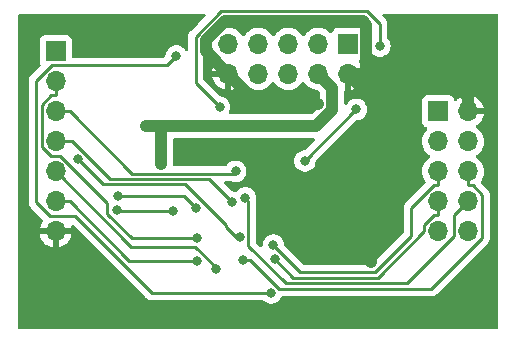
<source format=gbr>
%TF.GenerationSoftware,KiCad,Pcbnew,(6.0.6-0)*%
%TF.CreationDate,2023-01-24T02:47:04+09:00*%
%TF.ProjectId,AD1868I2S,41443138-3638-4493-9253-2e6b69636164,rev?*%
%TF.SameCoordinates,Original*%
%TF.FileFunction,Copper,L2,Bot*%
%TF.FilePolarity,Positive*%
%FSLAX46Y46*%
G04 Gerber Fmt 4.6, Leading zero omitted, Abs format (unit mm)*
G04 Created by KiCad (PCBNEW (6.0.6-0)) date 2023-01-24 02:47:04*
%MOMM*%
%LPD*%
G01*
G04 APERTURE LIST*
%TA.AperFunction,ComponentPad*%
%ADD10R,1.700000X1.700000*%
%TD*%
%TA.AperFunction,ComponentPad*%
%ADD11O,1.700000X1.700000*%
%TD*%
%TA.AperFunction,ViaPad*%
%ADD12C,0.800000*%
%TD*%
%TA.AperFunction,Conductor*%
%ADD13C,0.250000*%
%TD*%
%TA.AperFunction,Conductor*%
%ADD14C,1.000000*%
%TD*%
G04 APERTURE END LIST*
D10*
%TO.P,J2,1,Pin_1*%
%TO.N,/TCK*%
X98420000Y-88895000D03*
D11*
%TO.P,J2,2,Pin_2*%
%TO.N,GND*%
X98420000Y-91435000D03*
%TO.P,J2,3,Pin_3*%
%TO.N,/TDO*%
X95880000Y-88895000D03*
%TO.P,J2,4,Pin_4*%
%TO.N,+3.3V*%
X95880000Y-91435000D03*
%TO.P,J2,5,Pin_5*%
%TO.N,/TMS*%
X93340000Y-88895000D03*
%TO.P,J2,6,Pin_6*%
%TO.N,unconnected-(J2-Pad6)*%
X93340000Y-91435000D03*
%TO.P,J2,7,Pin_7*%
%TO.N,unconnected-(J2-Pad7)*%
X90800000Y-88895000D03*
%TO.P,J2,8,Pin_8*%
%TO.N,unconnected-(J2-Pad8)*%
X90800000Y-91435000D03*
%TO.P,J2,9,Pin_9*%
%TO.N,/TDI*%
X88260000Y-88895000D03*
%TO.P,J2,10,Pin_10*%
%TO.N,GND*%
X88260000Y-91435000D03*
%TD*%
D10*
%TO.P,J1,1,Pin_1*%
%TO.N,+5V*%
X73660000Y-89530000D03*
D11*
%TO.P,J1,2,Pin_2*%
%TO.N,/LL*%
X73660000Y-92070000D03*
%TO.P,J1,3,Pin_3*%
%TO.N,/DL*%
X73660000Y-94610000D03*
%TO.P,J1,4,Pin_4*%
%TO.N,/CK*%
X73660000Y-97150000D03*
%TO.P,J1,5,Pin_5*%
%TO.N,/DR*%
X73660000Y-99690000D03*
%TO.P,J1,6,Pin_6*%
%TO.N,/LR*%
X73660000Y-102230000D03*
%TO.P,J1,7,Pin_7*%
%TO.N,GND*%
X73660000Y-104770000D03*
%TD*%
D10*
%TO.P,J3,1,Pin_1*%
%TO.N,+5V*%
X106045000Y-94615000D03*
D11*
%TO.P,J3,2,Pin_2*%
%TO.N,GND*%
X108585000Y-94615000D03*
%TO.P,J3,3,Pin_3*%
%TO.N,unconnected-(J3-Pad3)*%
X106045000Y-97155000D03*
%TO.P,J3,4,Pin_4*%
%TO.N,unconnected-(J3-Pad4)*%
X108585000Y-97155000D03*
%TO.P,J3,5,Pin_5*%
%TO.N,/I2S_DT*%
X106045000Y-99695000D03*
%TO.P,J3,6,Pin_6*%
%TO.N,/I2S_CLK*%
X108585000Y-99695000D03*
%TO.P,J3,7,Pin_7*%
%TO.N,/I2S_LR*%
X106045000Y-102235000D03*
%TO.P,J3,8,Pin_8*%
%TO.N,/I2S_MCK*%
X108585000Y-102235000D03*
%TO.P,J3,9,Pin_9*%
%TO.N,unconnected-(J3-Pad9)*%
X106045000Y-104775000D03*
%TO.P,J3,10,Pin_10*%
%TO.N,unconnected-(J3-Pad10)*%
X108585000Y-104775000D03*
%TD*%
D12*
%TO.N,/XCK_X*%
X78832000Y-102980500D03*
X83577800Y-103068900D03*
%TO.N,/XCK*%
X78972500Y-101793900D03*
X85540400Y-102800400D03*
%TO.N,/I2S_LR*%
X92185500Y-107138200D03*
%TO.N,/I2S_DT*%
X92085900Y-105942000D03*
%TO.N,/I2S_CLK*%
X89538000Y-107174800D03*
%TO.N,/TDI*%
X75568800Y-98684700D03*
X89235775Y-105244500D03*
%TO.N,/TMS*%
X91902000Y-109981500D03*
X83864200Y-89918500D03*
%TO.N,/TDO*%
X101107900Y-89077500D03*
X87538300Y-94250600D03*
%TO.N,/TCK*%
X99111300Y-94446300D03*
X94760000Y-98807500D03*
%TO.N,/LR*%
X85616900Y-107244500D03*
%TO.N,/DR*%
X87226000Y-107948000D03*
%TO.N,/CK*%
X88615000Y-102303700D03*
%TO.N,/DL*%
X88900000Y-99695000D03*
%TO.N,/LL*%
X85633100Y-105364800D03*
%TO.N,/I2S_MCK*%
X89701300Y-101928700D03*
%TO.N,GND*%
X100360000Y-107345000D03*
X100965000Y-106045000D03*
X95885000Y-93980000D03*
%TO.N,+3.3V*%
X82550000Y-99060000D03*
X96415700Y-95145700D03*
X97084500Y-94476900D03*
X81305000Y-95860000D03*
X82575000Y-95860000D03*
%TD*%
D13*
%TO.N,/TDI*%
X88055000Y-104381800D02*
X88917700Y-105244500D01*
X75568800Y-98684700D02*
X77676500Y-100792400D01*
X84626900Y-100792400D02*
X88055000Y-104220500D01*
%TO.N,/I2S_MCK*%
X107409700Y-105130300D02*
X103398400Y-109141600D01*
%TO.N,/TDI*%
X77676500Y-100792400D02*
X84626900Y-100792400D01*
%TO.N,/I2S_MCK*%
X108585000Y-102235000D02*
X107409700Y-103410300D01*
X89960275Y-102187675D02*
X89701300Y-101928700D01*
X107409700Y-103410300D02*
X107409700Y-105130300D01*
X103398400Y-109141600D02*
X93124500Y-109141600D01*
%TO.N,/TDI*%
X88917700Y-105244500D02*
X89235775Y-105244500D01*
%TO.N,/I2S_MCK*%
X93124500Y-109141600D02*
X89960275Y-105977375D01*
%TO.N,/TDI*%
X88055000Y-104220500D02*
X88055000Y-104381800D01*
%TO.N,/I2S_MCK*%
X89960275Y-105977375D02*
X89960275Y-102187675D01*
%TO.N,/XCK_X*%
X78920400Y-103068900D02*
X78832000Y-102980500D01*
X83577800Y-103068900D02*
X78920400Y-103068900D01*
%TO.N,/XCK*%
X84533900Y-101793900D02*
X78972500Y-101793900D01*
X85540400Y-102800400D02*
X84533900Y-101793900D01*
%TO.N,/I2S_LR*%
X93738600Y-108691300D02*
X92185500Y-107138200D01*
X100906200Y-108691300D02*
X93738600Y-108691300D01*
X104869700Y-104727800D02*
X100906200Y-108691300D01*
X104869700Y-104218200D02*
X104869700Y-104727800D01*
X105677600Y-103410300D02*
X104869700Y-104218200D01*
X106045000Y-103410300D02*
X105677600Y-103410300D01*
X106045000Y-102235000D02*
X106045000Y-103410300D01*
%TO.N,/I2S_DT*%
X94354700Y-108210800D02*
X92085900Y-105942000D01*
X100707400Y-108210800D02*
X94354700Y-108210800D01*
X103754300Y-105163900D02*
X100707400Y-108210800D01*
X103754300Y-102793700D02*
X103754300Y-105163900D01*
X105677700Y-100870300D02*
X103754300Y-102793700D01*
X106045000Y-100870300D02*
X105677700Y-100870300D01*
X106045000Y-99695000D02*
X106045000Y-100870300D01*
%TO.N,/I2S_CLK*%
X108585000Y-99695000D02*
X108585000Y-100870300D01*
X90121100Y-107174800D02*
X89538000Y-107174800D01*
X92573500Y-109627200D02*
X90121100Y-107174800D01*
X105466000Y-109627200D02*
X92573500Y-109627200D01*
X109780600Y-105312600D02*
X105466000Y-109627200D01*
X109780600Y-101698600D02*
X109780600Y-105312600D01*
X108952300Y-100870300D02*
X109780600Y-101698600D01*
X108585000Y-100870300D02*
X108952300Y-100870300D01*
%TO.N,/TMS*%
X83077300Y-90705400D02*
X83864200Y-89918500D01*
X73321700Y-90705400D02*
X83077300Y-90705400D01*
X71993100Y-92034000D02*
X73321700Y-90705400D01*
X71993100Y-102300800D02*
X71993100Y-92034000D01*
X73192300Y-103500000D02*
X71993100Y-102300800D01*
X75315300Y-103500000D02*
X73192300Y-103500000D01*
X81796800Y-109981500D02*
X75315300Y-103500000D01*
X91902000Y-109981500D02*
X81796800Y-109981500D01*
%TO.N,/TDO*%
X85506800Y-92219100D02*
X87538300Y-94250600D01*
X85506800Y-88288500D02*
X85506800Y-92219100D01*
X87670300Y-86125000D02*
X85506800Y-88288500D01*
X99992500Y-86125000D02*
X87670300Y-86125000D01*
X101107900Y-87240400D02*
X99992500Y-86125000D01*
X101107900Y-89077500D02*
X101107900Y-87240400D01*
%TO.N,/TCK*%
X94760000Y-98797600D02*
X94760000Y-98807500D01*
X99111300Y-94446300D02*
X94760000Y-98797600D01*
%TO.N,/LR*%
X79849800Y-107244500D02*
X85616900Y-107244500D01*
X74835300Y-102230000D02*
X79849800Y-107244500D01*
X73660000Y-102230000D02*
X74835300Y-102230000D01*
%TO.N,/DR*%
X87226000Y-107824200D02*
X87226000Y-107948000D01*
X85492000Y-106090200D02*
X87226000Y-107824200D01*
X80060200Y-106090200D02*
X85492000Y-106090200D01*
X73660000Y-99690000D02*
X80060200Y-106090200D01*
%TO.N,/CK*%
X73660000Y-97150000D02*
X74835300Y-97150000D01*
X75059900Y-97150000D02*
X74835300Y-97150000D01*
X78251900Y-100342000D02*
X75059900Y-97150000D01*
X86653300Y-100342000D02*
X78251900Y-100342000D01*
X88615000Y-102303700D02*
X86653300Y-100342000D01*
%TO.N,/DL*%
X80116900Y-99891600D02*
X74835300Y-94610000D01*
X88703400Y-99891600D02*
X80116900Y-99891600D01*
X88900000Y-99695000D02*
X88703400Y-99891600D01*
X73660000Y-94610000D02*
X74835300Y-94610000D01*
%TO.N,/LL*%
X80094700Y-105364800D02*
X85633100Y-105364800D01*
X78040900Y-103311000D02*
X80094700Y-105364800D01*
X78040900Y-102403500D02*
X78040900Y-103311000D01*
X74057400Y-98420000D02*
X78040900Y-102403500D01*
X73262400Y-98420000D02*
X74057400Y-98420000D01*
X72462500Y-97620100D02*
X73262400Y-98420000D01*
X72462500Y-94075500D02*
X72462500Y-97620100D01*
X73292700Y-93245300D02*
X72462500Y-94075500D01*
X73660000Y-93245300D02*
X73292700Y-93245300D01*
X73660000Y-92070000D02*
X73660000Y-93245300D01*
D14*
%TO.N,GND*%
X100965000Y-93980000D02*
X98420000Y-91435000D01*
X100965000Y-106045000D02*
X100965000Y-93980000D01*
X100360000Y-106650000D02*
X100965000Y-106045000D01*
X100360000Y-107345000D02*
X100360000Y-106650000D01*
X99970000Y-91087100D02*
X99622100Y-91435000D01*
X99970000Y-87270000D02*
X99970000Y-91087100D01*
X99695000Y-86995000D02*
X99970000Y-87270000D01*
X87968000Y-86995000D02*
X99695000Y-86995000D01*
X86360000Y-88603000D02*
X87968000Y-86995000D01*
X86360000Y-89535000D02*
X86360000Y-88603000D01*
X88260000Y-91435000D02*
X86360000Y-89535000D01*
X99622100Y-91435000D02*
X98420000Y-91435000D01*
X90805000Y-93980000D02*
X95885000Y-93980000D01*
X88260000Y-91435000D02*
X90805000Y-93980000D01*
X98420000Y-91435000D02*
X99622100Y-91435000D01*
X108585000Y-93412900D02*
X108585000Y-94615000D01*
X106607000Y-91435000D02*
X108585000Y-93412900D01*
X99622100Y-91435000D02*
X106607000Y-91435000D01*
%TO.N,+3.3V*%
X82575000Y-99035000D02*
X82550000Y-99060000D01*
X82575000Y-95860000D02*
X82575000Y-99035000D01*
X96415700Y-95145700D02*
X97084500Y-94476900D01*
X97084500Y-92639500D02*
X95880000Y-91435000D01*
X97084500Y-94476900D02*
X97084500Y-92639500D01*
X95701400Y-95860000D02*
X96415700Y-95145700D01*
X82575000Y-95860000D02*
X95701400Y-95860000D01*
X81305000Y-95860000D02*
X82575000Y-95860000D01*
%TD*%
%TA.AperFunction,Conductor*%
%TO.N,GND*%
G36*
X86303327Y-86380002D02*
G01*
X86349820Y-86433658D01*
X86359924Y-86503932D01*
X86330430Y-86568512D01*
X86324307Y-86575089D01*
X85714684Y-87184711D01*
X85114547Y-87784848D01*
X85106261Y-87792388D01*
X85099782Y-87796500D01*
X85094357Y-87802277D01*
X85053157Y-87846151D01*
X85050402Y-87848993D01*
X85030665Y-87868730D01*
X85028185Y-87871927D01*
X85020482Y-87880947D01*
X84990214Y-87913179D01*
X84986395Y-87920125D01*
X84986393Y-87920128D01*
X84980452Y-87930934D01*
X84969601Y-87947453D01*
X84957186Y-87963459D01*
X84954041Y-87970728D01*
X84954038Y-87970732D01*
X84939626Y-88004037D01*
X84934409Y-88014687D01*
X84913105Y-88053440D01*
X84911134Y-88061115D01*
X84911134Y-88061116D01*
X84908067Y-88073062D01*
X84901663Y-88091766D01*
X84893619Y-88110355D01*
X84892380Y-88118178D01*
X84892377Y-88118188D01*
X84886701Y-88154024D01*
X84884295Y-88165644D01*
X84880345Y-88181029D01*
X84873300Y-88208470D01*
X84873300Y-88228724D01*
X84871749Y-88248434D01*
X84868580Y-88268443D01*
X84869326Y-88276335D01*
X84872741Y-88312461D01*
X84873300Y-88324319D01*
X84873300Y-89379075D01*
X84853298Y-89447196D01*
X84799642Y-89493689D01*
X84729368Y-89503793D01*
X84664788Y-89474299D01*
X84638181Y-89442075D01*
X84606542Y-89387274D01*
X84606539Y-89387269D01*
X84603240Y-89381556D01*
X84494570Y-89260865D01*
X84479875Y-89244545D01*
X84479874Y-89244544D01*
X84475453Y-89239634D01*
X84320952Y-89127382D01*
X84314924Y-89124698D01*
X84314922Y-89124697D01*
X84152519Y-89052391D01*
X84152518Y-89052391D01*
X84146488Y-89049706D01*
X84053088Y-89029853D01*
X83966144Y-89011372D01*
X83966139Y-89011372D01*
X83959687Y-89010000D01*
X83768713Y-89010000D01*
X83762261Y-89011372D01*
X83762256Y-89011372D01*
X83675312Y-89029853D01*
X83581912Y-89049706D01*
X83575882Y-89052391D01*
X83575881Y-89052391D01*
X83413478Y-89124697D01*
X83413476Y-89124698D01*
X83407448Y-89127382D01*
X83252947Y-89239634D01*
X83248526Y-89244544D01*
X83248525Y-89244545D01*
X83233831Y-89260865D01*
X83125160Y-89381556D01*
X83029673Y-89546944D01*
X82970658Y-89728572D01*
X82969968Y-89735133D01*
X82969968Y-89735135D01*
X82953293Y-89893792D01*
X82926280Y-89959449D01*
X82917078Y-89969718D01*
X82851799Y-90034996D01*
X82789486Y-90069021D01*
X82762704Y-90071900D01*
X75144500Y-90071900D01*
X75076379Y-90051898D01*
X75029886Y-89998242D01*
X75018500Y-89945900D01*
X75018500Y-88631866D01*
X75011745Y-88569684D01*
X74960615Y-88433295D01*
X74873261Y-88316739D01*
X74756705Y-88229385D01*
X74620316Y-88178255D01*
X74558134Y-88171500D01*
X72761866Y-88171500D01*
X72699684Y-88178255D01*
X72563295Y-88229385D01*
X72446739Y-88316739D01*
X72359385Y-88433295D01*
X72308255Y-88569684D01*
X72301500Y-88631866D01*
X72301500Y-90428134D01*
X72308255Y-90490316D01*
X72311029Y-90497715D01*
X72349283Y-90599757D01*
X72359385Y-90626705D01*
X72364768Y-90633887D01*
X72366310Y-90636704D01*
X72381480Y-90706061D01*
X72356744Y-90772609D01*
X72344887Y-90786309D01*
X71966429Y-91164766D01*
X71600842Y-91530353D01*
X71592563Y-91537887D01*
X71586082Y-91542000D01*
X71539457Y-91591651D01*
X71536702Y-91594493D01*
X71516965Y-91614230D01*
X71514485Y-91617427D01*
X71506782Y-91626447D01*
X71476514Y-91658679D01*
X71472695Y-91665625D01*
X71472693Y-91665628D01*
X71466752Y-91676434D01*
X71455901Y-91692953D01*
X71455541Y-91693417D01*
X71443486Y-91708959D01*
X71440341Y-91716228D01*
X71440338Y-91716232D01*
X71425926Y-91749537D01*
X71420709Y-91760187D01*
X71399405Y-91798940D01*
X71397434Y-91806615D01*
X71397434Y-91806616D01*
X71394367Y-91818562D01*
X71387963Y-91837266D01*
X71385767Y-91842342D01*
X71379919Y-91855855D01*
X71378680Y-91863678D01*
X71378677Y-91863688D01*
X71373001Y-91899524D01*
X71370595Y-91911144D01*
X71362861Y-91941267D01*
X71359600Y-91953970D01*
X71359600Y-91974224D01*
X71358049Y-91993934D01*
X71354880Y-92013943D01*
X71355626Y-92021835D01*
X71359041Y-92057961D01*
X71359600Y-92069819D01*
X71359600Y-102222033D01*
X71359073Y-102233216D01*
X71357398Y-102240709D01*
X71357647Y-102248635D01*
X71357647Y-102248636D01*
X71359538Y-102308786D01*
X71359600Y-102312745D01*
X71359600Y-102340656D01*
X71360097Y-102344590D01*
X71360097Y-102344591D01*
X71360105Y-102344656D01*
X71361038Y-102356493D01*
X71362427Y-102400689D01*
X71368078Y-102420139D01*
X71372087Y-102439500D01*
X71374626Y-102459597D01*
X71377545Y-102466968D01*
X71377545Y-102466970D01*
X71390904Y-102500712D01*
X71394749Y-102511942D01*
X71404871Y-102546783D01*
X71407082Y-102554393D01*
X71411115Y-102561212D01*
X71411117Y-102561217D01*
X71417393Y-102571828D01*
X71426088Y-102589576D01*
X71433548Y-102608417D01*
X71438210Y-102614833D01*
X71438210Y-102614834D01*
X71459536Y-102644187D01*
X71466052Y-102654107D01*
X71478560Y-102675256D01*
X71488558Y-102692162D01*
X71502879Y-102706483D01*
X71515719Y-102721516D01*
X71527628Y-102737907D01*
X71546640Y-102753635D01*
X71561705Y-102766098D01*
X71570484Y-102774088D01*
X72570910Y-103774515D01*
X72604936Y-103836827D01*
X72599871Y-103907643D01*
X72585903Y-103934615D01*
X72478095Y-104092655D01*
X72473000Y-104101623D01*
X72383338Y-104294783D01*
X72379775Y-104304470D01*
X72324389Y-104504183D01*
X72325912Y-104512607D01*
X72338292Y-104516000D01*
X74978344Y-104516000D01*
X74991875Y-104512027D01*
X74993180Y-104502947D01*
X74960282Y-104371976D01*
X74963086Y-104301035D01*
X75003799Y-104242871D01*
X75069494Y-104215952D01*
X75139314Y-104228823D01*
X75171581Y-104252185D01*
X81293143Y-110373747D01*
X81300687Y-110382037D01*
X81304800Y-110388518D01*
X81310577Y-110393943D01*
X81354467Y-110435158D01*
X81357309Y-110437913D01*
X81377030Y-110457634D01*
X81380225Y-110460112D01*
X81389247Y-110467818D01*
X81421479Y-110498086D01*
X81428428Y-110501906D01*
X81439232Y-110507846D01*
X81455756Y-110518699D01*
X81471759Y-110531113D01*
X81512343Y-110548676D01*
X81522973Y-110553883D01*
X81561740Y-110575195D01*
X81569417Y-110577166D01*
X81569422Y-110577168D01*
X81581358Y-110580232D01*
X81600066Y-110586637D01*
X81618655Y-110594681D01*
X81626483Y-110595921D01*
X81626490Y-110595923D01*
X81662324Y-110601599D01*
X81673944Y-110604005D01*
X81709089Y-110613028D01*
X81716770Y-110615000D01*
X81737024Y-110615000D01*
X81756734Y-110616551D01*
X81776743Y-110619720D01*
X81784635Y-110618974D01*
X81820761Y-110615559D01*
X81832619Y-110615000D01*
X91193800Y-110615000D01*
X91261921Y-110635002D01*
X91281147Y-110651343D01*
X91281420Y-110651040D01*
X91286332Y-110655463D01*
X91290747Y-110660366D01*
X91445248Y-110772618D01*
X91451276Y-110775302D01*
X91451278Y-110775303D01*
X91613681Y-110847609D01*
X91619712Y-110850294D01*
X91713112Y-110870147D01*
X91800056Y-110888628D01*
X91800061Y-110888628D01*
X91806513Y-110890000D01*
X91997487Y-110890000D01*
X92003939Y-110888628D01*
X92003944Y-110888628D01*
X92090887Y-110870147D01*
X92184288Y-110850294D01*
X92190319Y-110847609D01*
X92352722Y-110775303D01*
X92352724Y-110775302D01*
X92358752Y-110772618D01*
X92513253Y-110660366D01*
X92549851Y-110619720D01*
X92636621Y-110523352D01*
X92636622Y-110523351D01*
X92641040Y-110518444D01*
X92736527Y-110353056D01*
X92738568Y-110346775D01*
X92741254Y-110340742D01*
X92742629Y-110341354D01*
X92778324Y-110289155D01*
X92843721Y-110261521D01*
X92858080Y-110260700D01*
X105387233Y-110260700D01*
X105398416Y-110261227D01*
X105405909Y-110262902D01*
X105413835Y-110262653D01*
X105413836Y-110262653D01*
X105473986Y-110260762D01*
X105477945Y-110260700D01*
X105505856Y-110260700D01*
X105509791Y-110260203D01*
X105509856Y-110260195D01*
X105521693Y-110259262D01*
X105553951Y-110258248D01*
X105557970Y-110258122D01*
X105565889Y-110257873D01*
X105585343Y-110252221D01*
X105604700Y-110248213D01*
X105616930Y-110246668D01*
X105616931Y-110246668D01*
X105624797Y-110245674D01*
X105632168Y-110242755D01*
X105632170Y-110242755D01*
X105665912Y-110229396D01*
X105677142Y-110225551D01*
X105711983Y-110215429D01*
X105711984Y-110215429D01*
X105719593Y-110213218D01*
X105726412Y-110209185D01*
X105726417Y-110209183D01*
X105737028Y-110202907D01*
X105754776Y-110194212D01*
X105773617Y-110186752D01*
X105809387Y-110160764D01*
X105819307Y-110154248D01*
X105850535Y-110135780D01*
X105850538Y-110135778D01*
X105857362Y-110131742D01*
X105871683Y-110117421D01*
X105886717Y-110104580D01*
X105896694Y-110097331D01*
X105903107Y-110092672D01*
X105931298Y-110058595D01*
X105939288Y-110049816D01*
X110172853Y-105816252D01*
X110181139Y-105808712D01*
X110187618Y-105804600D01*
X110234244Y-105754948D01*
X110236998Y-105752107D01*
X110256735Y-105732370D01*
X110259215Y-105729173D01*
X110266920Y-105720151D01*
X110291759Y-105693700D01*
X110297186Y-105687921D01*
X110301005Y-105680975D01*
X110301007Y-105680972D01*
X110306948Y-105670166D01*
X110317799Y-105653647D01*
X110321323Y-105649104D01*
X110330214Y-105637641D01*
X110333359Y-105630372D01*
X110333362Y-105630368D01*
X110347774Y-105597063D01*
X110352991Y-105586413D01*
X110374295Y-105547660D01*
X110379333Y-105528037D01*
X110385737Y-105509334D01*
X110390633Y-105498020D01*
X110390633Y-105498019D01*
X110393781Y-105490745D01*
X110395020Y-105482922D01*
X110395023Y-105482912D01*
X110400699Y-105447076D01*
X110403105Y-105435456D01*
X110412128Y-105400311D01*
X110412128Y-105400310D01*
X110414100Y-105392630D01*
X110414100Y-105372376D01*
X110415651Y-105352665D01*
X110417580Y-105340486D01*
X110418820Y-105332657D01*
X110414659Y-105288638D01*
X110414100Y-105276781D01*
X110414100Y-101777367D01*
X110414627Y-101766184D01*
X110416302Y-101758691D01*
X110415479Y-101732494D01*
X110414162Y-101690614D01*
X110414100Y-101686655D01*
X110414100Y-101658744D01*
X110413595Y-101654744D01*
X110412662Y-101642901D01*
X110411522Y-101606629D01*
X110411273Y-101598710D01*
X110405622Y-101579258D01*
X110401614Y-101559906D01*
X110400067Y-101547663D01*
X110399074Y-101539803D01*
X110396006Y-101532054D01*
X110382800Y-101498697D01*
X110378955Y-101487470D01*
X110378321Y-101485287D01*
X110366618Y-101445007D01*
X110356307Y-101427572D01*
X110347612Y-101409824D01*
X110340152Y-101390983D01*
X110314164Y-101355213D01*
X110307648Y-101345293D01*
X110289180Y-101314065D01*
X110289178Y-101314062D01*
X110285142Y-101307238D01*
X110270821Y-101292917D01*
X110257980Y-101277883D01*
X110250731Y-101267906D01*
X110246072Y-101261493D01*
X110239967Y-101256442D01*
X110239962Y-101256437D01*
X110211996Y-101233301D01*
X110203218Y-101225313D01*
X109670899Y-100692994D01*
X109636873Y-100630682D01*
X109641938Y-100559867D01*
X109657671Y-100530373D01*
X109750435Y-100401277D01*
X109753453Y-100397077D01*
X109763006Y-100377749D01*
X109850136Y-100201453D01*
X109850137Y-100201451D01*
X109852430Y-100196811D01*
X109917370Y-99983069D01*
X109946529Y-99761590D01*
X109947643Y-99716000D01*
X109948074Y-99698365D01*
X109948074Y-99698361D01*
X109948156Y-99695000D01*
X109929852Y-99472361D01*
X109875431Y-99255702D01*
X109786354Y-99050840D01*
X109741194Y-98981033D01*
X109667822Y-98867617D01*
X109667820Y-98867614D01*
X109665014Y-98863277D01*
X109514670Y-98698051D01*
X109510619Y-98694852D01*
X109510615Y-98694848D01*
X109343414Y-98562800D01*
X109343410Y-98562798D01*
X109339359Y-98559598D01*
X109298053Y-98536796D01*
X109248084Y-98486364D01*
X109233312Y-98416921D01*
X109258428Y-98350516D01*
X109285780Y-98323909D01*
X109352562Y-98276274D01*
X109464860Y-98196173D01*
X109513447Y-98147756D01*
X109619435Y-98042137D01*
X109623096Y-98038489D01*
X109638982Y-98016382D01*
X109750435Y-97861277D01*
X109753453Y-97857077D01*
X109768368Y-97826900D01*
X109850136Y-97661453D01*
X109850137Y-97661451D01*
X109852430Y-97656811D01*
X109917370Y-97443069D01*
X109946529Y-97221590D01*
X109948156Y-97155000D01*
X109929852Y-96932361D01*
X109875431Y-96715702D01*
X109786354Y-96510840D01*
X109665014Y-96323277D01*
X109514670Y-96158051D01*
X109510619Y-96154852D01*
X109510615Y-96154848D01*
X109343414Y-96022800D01*
X109343410Y-96022798D01*
X109339359Y-96019598D01*
X109330302Y-96014598D01*
X109297569Y-95996529D01*
X109247598Y-95946097D01*
X109232826Y-95876654D01*
X109257942Y-95810248D01*
X109285294Y-95783641D01*
X109460328Y-95658792D01*
X109468200Y-95652139D01*
X109619052Y-95501812D01*
X109625730Y-95493965D01*
X109750003Y-95321020D01*
X109755313Y-95312183D01*
X109849670Y-95121267D01*
X109853469Y-95111672D01*
X109915377Y-94907910D01*
X109917555Y-94897837D01*
X109918986Y-94886962D01*
X109916775Y-94872778D01*
X109903617Y-94869000D01*
X108457000Y-94869000D01*
X108388879Y-94848998D01*
X108342386Y-94795342D01*
X108331000Y-94743000D01*
X108331000Y-94342885D01*
X108839000Y-94342885D01*
X108843475Y-94358124D01*
X108844865Y-94359329D01*
X108852548Y-94361000D01*
X109903344Y-94361000D01*
X109916875Y-94357027D01*
X109918180Y-94347947D01*
X109876214Y-94180875D01*
X109872894Y-94171124D01*
X109787972Y-93975814D01*
X109783105Y-93966739D01*
X109667426Y-93787926D01*
X109661136Y-93779757D01*
X109517806Y-93622240D01*
X109510273Y-93615215D01*
X109343139Y-93483222D01*
X109334552Y-93477517D01*
X109148117Y-93374599D01*
X109138705Y-93370369D01*
X108937959Y-93299280D01*
X108927988Y-93296646D01*
X108856837Y-93283972D01*
X108843540Y-93285432D01*
X108839000Y-93299989D01*
X108839000Y-94342885D01*
X108331000Y-94342885D01*
X108331000Y-93298102D01*
X108327082Y-93284758D01*
X108312806Y-93282771D01*
X108274324Y-93288660D01*
X108264288Y-93291051D01*
X108061868Y-93357212D01*
X108052359Y-93361209D01*
X107863463Y-93459542D01*
X107854738Y-93465036D01*
X107684433Y-93592905D01*
X107676726Y-93599748D01*
X107599478Y-93680584D01*
X107537954Y-93716014D01*
X107467042Y-93712557D01*
X107409255Y-93671311D01*
X107390402Y-93637763D01*
X107348767Y-93526703D01*
X107345615Y-93518295D01*
X107258261Y-93401739D01*
X107141705Y-93314385D01*
X107005316Y-93263255D01*
X106943134Y-93256500D01*
X105146866Y-93256500D01*
X105084684Y-93263255D01*
X104948295Y-93314385D01*
X104831739Y-93401739D01*
X104744385Y-93518295D01*
X104693255Y-93654684D01*
X104686500Y-93716866D01*
X104686500Y-95513134D01*
X104693255Y-95575316D01*
X104744385Y-95711705D01*
X104831739Y-95828261D01*
X104948295Y-95915615D01*
X104956704Y-95918767D01*
X104956705Y-95918768D01*
X105065451Y-95959535D01*
X105122216Y-96002176D01*
X105146916Y-96068738D01*
X105131709Y-96138087D01*
X105112316Y-96164568D01*
X104985629Y-96297138D01*
X104859743Y-96481680D01*
X104832687Y-96539967D01*
X104775262Y-96663680D01*
X104765688Y-96684305D01*
X104705989Y-96899570D01*
X104682251Y-97121695D01*
X104682548Y-97126848D01*
X104682548Y-97126851D01*
X104688011Y-97221590D01*
X104695110Y-97344715D01*
X104696247Y-97349761D01*
X104696248Y-97349767D01*
X104716119Y-97437939D01*
X104744222Y-97562639D01*
X104828266Y-97769616D01*
X104878798Y-97852077D01*
X104942291Y-97955688D01*
X104944987Y-97960088D01*
X105091250Y-98128938D01*
X105263126Y-98271632D01*
X105271070Y-98276274D01*
X105336445Y-98314476D01*
X105385169Y-98366114D01*
X105398240Y-98435897D01*
X105371509Y-98501669D01*
X105331055Y-98535027D01*
X105318607Y-98541507D01*
X105314474Y-98544610D01*
X105314471Y-98544612D01*
X105144100Y-98672530D01*
X105139965Y-98675635D01*
X104985629Y-98837138D01*
X104982720Y-98841403D01*
X104982714Y-98841411D01*
X104964838Y-98867617D01*
X104859743Y-99021680D01*
X104827207Y-99091773D01*
X104784192Y-99184442D01*
X104765688Y-99224305D01*
X104705989Y-99439570D01*
X104682251Y-99661695D01*
X104682548Y-99666848D01*
X104682548Y-99666851D01*
X104688011Y-99761590D01*
X104695110Y-99884715D01*
X104696247Y-99889761D01*
X104696248Y-99889767D01*
X104716119Y-99977939D01*
X104744222Y-100102639D01*
X104828266Y-100309616D01*
X104867638Y-100373866D01*
X104942291Y-100495688D01*
X104944987Y-100500088D01*
X104948367Y-100503990D01*
X104964281Y-100522361D01*
X104993765Y-100586946D01*
X104983651Y-100657219D01*
X104958140Y-100693955D01*
X103362047Y-102290048D01*
X103353761Y-102297588D01*
X103347282Y-102301700D01*
X103341857Y-102307477D01*
X103300657Y-102351351D01*
X103297902Y-102354193D01*
X103278165Y-102373930D01*
X103275685Y-102377127D01*
X103267982Y-102386147D01*
X103237714Y-102418379D01*
X103233895Y-102425325D01*
X103233893Y-102425328D01*
X103227952Y-102436134D01*
X103217101Y-102452653D01*
X103204686Y-102468659D01*
X103201541Y-102475928D01*
X103201538Y-102475932D01*
X103187126Y-102509237D01*
X103181909Y-102519887D01*
X103160605Y-102558640D01*
X103158634Y-102566315D01*
X103158634Y-102566316D01*
X103155567Y-102578262D01*
X103149163Y-102596966D01*
X103147398Y-102601046D01*
X103141119Y-102615555D01*
X103139880Y-102623378D01*
X103139877Y-102623388D01*
X103134201Y-102659224D01*
X103131795Y-102670844D01*
X103124881Y-102697773D01*
X103120800Y-102713670D01*
X103120800Y-102733924D01*
X103119249Y-102753634D01*
X103116080Y-102773643D01*
X103116826Y-102781535D01*
X103120241Y-102817661D01*
X103120800Y-102829519D01*
X103120800Y-104849305D01*
X103100798Y-104917426D01*
X103083895Y-104938400D01*
X100481900Y-107540395D01*
X100419588Y-107574421D01*
X100392805Y-107577300D01*
X94669294Y-107577300D01*
X94601173Y-107557298D01*
X94580199Y-107540395D01*
X93033022Y-105993217D01*
X92998996Y-105930905D01*
X92996807Y-105917292D01*
X92980132Y-105758635D01*
X92980132Y-105758633D01*
X92979442Y-105752072D01*
X92920427Y-105570444D01*
X92824940Y-105405056D01*
X92788694Y-105364800D01*
X92701575Y-105268045D01*
X92701574Y-105268044D01*
X92697153Y-105263134D01*
X92585861Y-105182275D01*
X92547994Y-105154763D01*
X92547993Y-105154762D01*
X92542652Y-105150882D01*
X92536624Y-105148198D01*
X92536622Y-105148197D01*
X92374219Y-105075891D01*
X92374218Y-105075891D01*
X92368188Y-105073206D01*
X92272360Y-105052837D01*
X92187844Y-105034872D01*
X92187839Y-105034872D01*
X92181387Y-105033500D01*
X91990413Y-105033500D01*
X91983961Y-105034872D01*
X91983956Y-105034872D01*
X91899440Y-105052837D01*
X91803612Y-105073206D01*
X91797582Y-105075891D01*
X91797581Y-105075891D01*
X91635178Y-105148197D01*
X91635176Y-105148198D01*
X91629148Y-105150882D01*
X91623807Y-105154762D01*
X91623806Y-105154763D01*
X91585939Y-105182275D01*
X91474647Y-105263134D01*
X91470226Y-105268044D01*
X91470225Y-105268045D01*
X91383107Y-105364800D01*
X91346860Y-105405056D01*
X91251373Y-105570444D01*
X91192358Y-105752072D01*
X91191668Y-105758633D01*
X91191668Y-105758635D01*
X91177228Y-105896022D01*
X91172396Y-105942000D01*
X91173086Y-105948565D01*
X91173086Y-105948567D01*
X91176497Y-105981023D01*
X91163724Y-106050861D01*
X91115222Y-106102707D01*
X91046389Y-106120101D01*
X90979079Y-106097519D01*
X90962092Y-106083287D01*
X90630680Y-105751875D01*
X90596654Y-105689563D01*
X90593775Y-105662780D01*
X90593775Y-102266442D01*
X90594302Y-102255259D01*
X90595977Y-102247766D01*
X90593837Y-102179675D01*
X90593775Y-102175718D01*
X90593775Y-102147819D01*
X90593351Y-102144465D01*
X90595245Y-102118670D01*
X90594842Y-102118628D01*
X90614114Y-101935265D01*
X90614804Y-101928700D01*
X90614114Y-101922135D01*
X90595532Y-101745335D01*
X90595532Y-101745333D01*
X90594842Y-101738772D01*
X90535827Y-101557144D01*
X90521560Y-101532432D01*
X90495601Y-101487470D01*
X90440340Y-101391756D01*
X90337809Y-101277883D01*
X90316975Y-101254745D01*
X90316971Y-101254741D01*
X90312553Y-101249834D01*
X90158052Y-101137582D01*
X90152024Y-101134898D01*
X90152022Y-101134897D01*
X89989619Y-101062591D01*
X89989618Y-101062591D01*
X89983588Y-101059906D01*
X89890188Y-101040053D01*
X89803244Y-101021572D01*
X89803239Y-101021572D01*
X89796787Y-101020200D01*
X89605813Y-101020200D01*
X89599361Y-101021572D01*
X89599356Y-101021572D01*
X89512412Y-101040053D01*
X89419012Y-101059906D01*
X89412982Y-101062591D01*
X89412981Y-101062591D01*
X89250578Y-101134897D01*
X89250576Y-101134898D01*
X89244548Y-101137582D01*
X89090047Y-101249834D01*
X88967888Y-101385506D01*
X88907443Y-101422744D01*
X88848056Y-101424441D01*
X88716944Y-101396572D01*
X88716939Y-101396572D01*
X88710487Y-101395200D01*
X88654595Y-101395200D01*
X88586474Y-101375198D01*
X88565499Y-101358295D01*
X87947400Y-100740195D01*
X87913375Y-100677883D01*
X87918440Y-100607067D01*
X87960987Y-100550232D01*
X88027507Y-100525421D01*
X88036496Y-100525100D01*
X88504021Y-100525100D01*
X88555269Y-100535993D01*
X88611676Y-100561107D01*
X88611679Y-100561108D01*
X88617712Y-100563794D01*
X88656262Y-100571988D01*
X88798056Y-100602128D01*
X88798061Y-100602128D01*
X88804513Y-100603500D01*
X88995487Y-100603500D01*
X89001939Y-100602128D01*
X89001944Y-100602128D01*
X89095991Y-100582137D01*
X89182288Y-100563794D01*
X89188323Y-100561107D01*
X89350722Y-100488803D01*
X89350724Y-100488802D01*
X89356752Y-100486118D01*
X89511253Y-100373866D01*
X89528369Y-100354857D01*
X89634621Y-100236852D01*
X89634622Y-100236851D01*
X89639040Y-100231944D01*
X89710931Y-100107425D01*
X89731223Y-100072279D01*
X89731224Y-100072278D01*
X89734527Y-100066556D01*
X89793542Y-99884928D01*
X89806157Y-99764908D01*
X89812814Y-99701565D01*
X89813504Y-99695000D01*
X89793542Y-99505072D01*
X89734527Y-99323444D01*
X89639040Y-99158056D01*
X89624725Y-99142157D01*
X89515675Y-99021045D01*
X89515674Y-99021044D01*
X89511253Y-99016134D01*
X89356752Y-98903882D01*
X89350724Y-98901198D01*
X89350722Y-98901197D01*
X89188319Y-98828891D01*
X89188318Y-98828891D01*
X89182288Y-98826206D01*
X89082339Y-98804961D01*
X89001944Y-98787872D01*
X89001939Y-98787872D01*
X88995487Y-98786500D01*
X88804513Y-98786500D01*
X88798061Y-98787872D01*
X88798056Y-98787872D01*
X88717661Y-98804961D01*
X88617712Y-98826206D01*
X88611682Y-98828891D01*
X88611681Y-98828891D01*
X88449278Y-98901197D01*
X88449276Y-98901198D01*
X88443248Y-98903882D01*
X88288747Y-99016134D01*
X88284326Y-99021044D01*
X88284325Y-99021045D01*
X88175276Y-99142157D01*
X88160960Y-99158056D01*
X88157659Y-99163774D01*
X88157656Y-99163778D01*
X88139571Y-99195101D01*
X88088188Y-99244094D01*
X88030453Y-99258100D01*
X83705767Y-99258100D01*
X83637646Y-99238098D01*
X83591153Y-99184442D01*
X83580552Y-99118055D01*
X83583108Y-99095270D01*
X83583108Y-99095266D01*
X83583500Y-99091773D01*
X83583500Y-99088246D01*
X83583555Y-99087261D01*
X83584002Y-99081581D01*
X83588374Y-99038538D01*
X83584059Y-98992891D01*
X83583500Y-98981033D01*
X83583500Y-96994500D01*
X83603502Y-96926379D01*
X83657158Y-96879886D01*
X83709500Y-96868500D01*
X95489005Y-96868500D01*
X95557126Y-96888502D01*
X95603619Y-96942158D01*
X95613723Y-97012432D01*
X95584229Y-97077012D01*
X95578100Y-97083595D01*
X94799600Y-97862095D01*
X94737288Y-97896121D01*
X94710505Y-97899000D01*
X94664513Y-97899000D01*
X94658061Y-97900372D01*
X94658056Y-97900372D01*
X94571112Y-97918853D01*
X94477712Y-97938706D01*
X94471682Y-97941391D01*
X94471681Y-97941391D01*
X94309278Y-98013697D01*
X94309276Y-98013698D01*
X94303248Y-98016382D01*
X94148747Y-98128634D01*
X94144326Y-98133544D01*
X94144325Y-98133545D01*
X94046648Y-98242027D01*
X94020960Y-98270556D01*
X93925473Y-98435944D01*
X93866458Y-98617572D01*
X93865768Y-98624133D01*
X93865768Y-98624135D01*
X93859886Y-98680104D01*
X93846496Y-98807500D01*
X93847186Y-98814065D01*
X93865360Y-98986978D01*
X93866458Y-98997428D01*
X93925473Y-99179056D01*
X93928776Y-99184778D01*
X93928777Y-99184779D01*
X93948887Y-99219610D01*
X94020960Y-99344444D01*
X94148747Y-99486366D01*
X94303248Y-99598618D01*
X94309276Y-99601302D01*
X94309278Y-99601303D01*
X94471681Y-99673609D01*
X94477712Y-99676294D01*
X94565716Y-99695000D01*
X94658056Y-99714628D01*
X94658061Y-99714628D01*
X94664513Y-99716000D01*
X94855487Y-99716000D01*
X94861939Y-99714628D01*
X94861944Y-99714628D01*
X94954284Y-99695000D01*
X95042288Y-99676294D01*
X95048319Y-99673609D01*
X95210722Y-99601303D01*
X95210724Y-99601302D01*
X95216752Y-99598618D01*
X95371253Y-99486366D01*
X95499040Y-99344444D01*
X95571113Y-99219610D01*
X95591223Y-99184779D01*
X95591224Y-99184778D01*
X95594527Y-99179056D01*
X95653542Y-98997428D01*
X95654641Y-98986978D01*
X95672070Y-98821144D01*
X95699083Y-98755487D01*
X95708285Y-98745219D01*
X99061799Y-95391705D01*
X99124111Y-95357679D01*
X99150894Y-95354800D01*
X99206787Y-95354800D01*
X99213239Y-95353428D01*
X99213244Y-95353428D01*
X99300187Y-95334947D01*
X99393588Y-95315094D01*
X99399619Y-95312409D01*
X99562022Y-95240103D01*
X99562024Y-95240102D01*
X99568052Y-95237418D01*
X99722553Y-95125166D01*
X99850340Y-94983244D01*
X99945827Y-94817856D01*
X100004842Y-94636228D01*
X100024804Y-94446300D01*
X100015663Y-94359329D01*
X100005532Y-94262935D01*
X100005532Y-94262933D01*
X100004842Y-94256372D01*
X99945827Y-94074744D01*
X99937538Y-94060386D01*
X99873851Y-93950079D01*
X99850340Y-93909356D01*
X99722553Y-93767434D01*
X99590252Y-93671311D01*
X99573394Y-93659063D01*
X99573393Y-93659062D01*
X99568052Y-93655182D01*
X99562024Y-93652498D01*
X99562022Y-93652497D01*
X99399619Y-93580191D01*
X99399618Y-93580191D01*
X99393588Y-93577506D01*
X99300188Y-93557653D01*
X99213244Y-93539172D01*
X99213239Y-93539172D01*
X99206787Y-93537800D01*
X99015813Y-93537800D01*
X99009361Y-93539172D01*
X99009356Y-93539172D01*
X98922412Y-93557653D01*
X98829012Y-93577506D01*
X98822982Y-93580191D01*
X98822981Y-93580191D01*
X98660578Y-93652497D01*
X98660576Y-93652498D01*
X98654548Y-93655182D01*
X98649207Y-93659062D01*
X98649206Y-93659063D01*
X98632348Y-93671311D01*
X98500047Y-93767434D01*
X98372260Y-93909356D01*
X98348749Y-93950079D01*
X98328119Y-93985810D01*
X98276736Y-94034803D01*
X98207023Y-94048239D01*
X98141112Y-94021852D01*
X98099930Y-93964020D01*
X98093000Y-93922810D01*
X98093000Y-92880987D01*
X98113002Y-92812866D01*
X98142138Y-92781146D01*
X98161700Y-92766086D01*
X98166000Y-92754065D01*
X98166000Y-92753517D01*
X98674000Y-92753517D01*
X98678064Y-92767359D01*
X98691478Y-92769393D01*
X98698184Y-92768534D01*
X98708262Y-92766392D01*
X98912255Y-92705191D01*
X98921842Y-92701433D01*
X99113095Y-92607739D01*
X99121945Y-92602464D01*
X99295328Y-92478792D01*
X99303200Y-92472139D01*
X99454052Y-92321812D01*
X99460730Y-92313965D01*
X99585003Y-92141020D01*
X99590313Y-92132183D01*
X99684670Y-91941267D01*
X99688469Y-91931672D01*
X99750377Y-91727910D01*
X99752555Y-91717837D01*
X99753986Y-91706962D01*
X99751775Y-91692778D01*
X99738617Y-91689000D01*
X98692115Y-91689000D01*
X98676876Y-91693475D01*
X98675671Y-91694865D01*
X98674000Y-91702548D01*
X98674000Y-92753517D01*
X98166000Y-92753517D01*
X98166000Y-91307000D01*
X98186002Y-91238879D01*
X98239658Y-91192386D01*
X98292000Y-91181000D01*
X99738344Y-91181000D01*
X99751875Y-91177027D01*
X99753180Y-91167947D01*
X99711214Y-91000875D01*
X99707894Y-90991124D01*
X99622972Y-90795814D01*
X99618105Y-90786739D01*
X99502426Y-90607926D01*
X99496136Y-90599757D01*
X99352293Y-90441677D01*
X99321241Y-90377831D01*
X99329635Y-90307333D01*
X99374812Y-90252564D01*
X99401256Y-90238895D01*
X99508297Y-90198767D01*
X99516705Y-90195615D01*
X99633261Y-90108261D01*
X99720615Y-89991705D01*
X99771745Y-89855316D01*
X99778500Y-89793134D01*
X99778500Y-87996866D01*
X99771745Y-87934684D01*
X99720615Y-87798295D01*
X99633261Y-87681739D01*
X99516705Y-87594385D01*
X99380316Y-87543255D01*
X99318134Y-87536500D01*
X97521866Y-87536500D01*
X97459684Y-87543255D01*
X97323295Y-87594385D01*
X97206739Y-87681739D01*
X97119385Y-87798295D01*
X97116233Y-87806703D01*
X97074919Y-87916907D01*
X97032277Y-87973671D01*
X96965716Y-87998371D01*
X96896367Y-87983163D01*
X96863743Y-87957476D01*
X96813151Y-87901875D01*
X96813142Y-87901866D01*
X96809670Y-87898051D01*
X96805619Y-87894852D01*
X96805615Y-87894848D01*
X96638414Y-87762800D01*
X96638410Y-87762798D01*
X96634359Y-87759598D01*
X96438789Y-87651638D01*
X96433920Y-87649914D01*
X96433916Y-87649912D01*
X96233087Y-87578795D01*
X96233083Y-87578794D01*
X96228212Y-87577069D01*
X96223119Y-87576162D01*
X96223116Y-87576161D01*
X96013373Y-87538800D01*
X96013367Y-87538799D01*
X96008284Y-87537894D01*
X95934452Y-87536992D01*
X95790081Y-87535228D01*
X95790079Y-87535228D01*
X95784911Y-87535165D01*
X95564091Y-87568955D01*
X95351756Y-87638357D01*
X95153607Y-87741507D01*
X95149474Y-87744610D01*
X95149471Y-87744612D01*
X94979998Y-87871856D01*
X94974965Y-87875635D01*
X94925607Y-87927285D01*
X94881280Y-87973671D01*
X94820629Y-88037138D01*
X94713201Y-88194621D01*
X94658293Y-88239621D01*
X94587768Y-88247792D01*
X94524021Y-88216538D01*
X94503324Y-88192054D01*
X94422822Y-88067617D01*
X94422820Y-88067614D01*
X94420014Y-88063277D01*
X94269670Y-87898051D01*
X94265619Y-87894852D01*
X94265615Y-87894848D01*
X94098414Y-87762800D01*
X94098410Y-87762798D01*
X94094359Y-87759598D01*
X93898789Y-87651638D01*
X93893920Y-87649914D01*
X93893916Y-87649912D01*
X93693087Y-87578795D01*
X93693083Y-87578794D01*
X93688212Y-87577069D01*
X93683119Y-87576162D01*
X93683116Y-87576161D01*
X93473373Y-87538800D01*
X93473367Y-87538799D01*
X93468284Y-87537894D01*
X93394452Y-87536992D01*
X93250081Y-87535228D01*
X93250079Y-87535228D01*
X93244911Y-87535165D01*
X93024091Y-87568955D01*
X92811756Y-87638357D01*
X92613607Y-87741507D01*
X92609474Y-87744610D01*
X92609471Y-87744612D01*
X92439998Y-87871856D01*
X92434965Y-87875635D01*
X92385607Y-87927285D01*
X92341280Y-87973671D01*
X92280629Y-88037138D01*
X92173201Y-88194621D01*
X92118293Y-88239621D01*
X92047768Y-88247792D01*
X91984021Y-88216538D01*
X91963324Y-88192054D01*
X91882822Y-88067617D01*
X91882820Y-88067614D01*
X91880014Y-88063277D01*
X91729670Y-87898051D01*
X91725619Y-87894852D01*
X91725615Y-87894848D01*
X91558414Y-87762800D01*
X91558410Y-87762798D01*
X91554359Y-87759598D01*
X91358789Y-87651638D01*
X91353920Y-87649914D01*
X91353916Y-87649912D01*
X91153087Y-87578795D01*
X91153083Y-87578794D01*
X91148212Y-87577069D01*
X91143119Y-87576162D01*
X91143116Y-87576161D01*
X90933373Y-87538800D01*
X90933367Y-87538799D01*
X90928284Y-87537894D01*
X90854452Y-87536992D01*
X90710081Y-87535228D01*
X90710079Y-87535228D01*
X90704911Y-87535165D01*
X90484091Y-87568955D01*
X90271756Y-87638357D01*
X90073607Y-87741507D01*
X90069474Y-87744610D01*
X90069471Y-87744612D01*
X89899998Y-87871856D01*
X89894965Y-87875635D01*
X89845607Y-87927285D01*
X89801280Y-87973671D01*
X89740629Y-88037138D01*
X89633201Y-88194621D01*
X89578293Y-88239621D01*
X89507768Y-88247792D01*
X89444021Y-88216538D01*
X89423324Y-88192054D01*
X89342822Y-88067617D01*
X89342820Y-88067614D01*
X89340014Y-88063277D01*
X89189670Y-87898051D01*
X89185619Y-87894852D01*
X89185615Y-87894848D01*
X89018414Y-87762800D01*
X89018410Y-87762798D01*
X89014359Y-87759598D01*
X88818789Y-87651638D01*
X88813920Y-87649914D01*
X88813916Y-87649912D01*
X88613087Y-87578795D01*
X88613083Y-87578794D01*
X88608212Y-87577069D01*
X88603119Y-87576162D01*
X88603116Y-87576161D01*
X88393373Y-87538800D01*
X88393367Y-87538799D01*
X88388284Y-87537894D01*
X88314452Y-87536992D01*
X88170081Y-87535228D01*
X88170079Y-87535228D01*
X88164911Y-87535165D01*
X87944091Y-87568955D01*
X87731756Y-87638357D01*
X87533607Y-87741507D01*
X87529474Y-87744610D01*
X87529471Y-87744612D01*
X87359998Y-87871856D01*
X87354965Y-87875635D01*
X87305607Y-87927285D01*
X87261280Y-87973671D01*
X87200629Y-88037138D01*
X87197720Y-88041403D01*
X87197714Y-88041411D01*
X87185404Y-88059457D01*
X87074743Y-88221680D01*
X87049373Y-88276335D01*
X87003586Y-88374976D01*
X86980688Y-88424305D01*
X86920989Y-88639570D01*
X86897251Y-88861695D01*
X86910110Y-89084715D01*
X86911247Y-89089761D01*
X86911248Y-89089767D01*
X86920600Y-89131263D01*
X86959222Y-89302639D01*
X86997461Y-89396811D01*
X87040902Y-89503793D01*
X87043266Y-89509616D01*
X87080685Y-89570678D01*
X87157291Y-89695688D01*
X87159987Y-89700088D01*
X87306250Y-89868938D01*
X87478126Y-90011632D01*
X87518109Y-90034996D01*
X87551955Y-90054774D01*
X87600679Y-90106412D01*
X87613750Y-90176195D01*
X87587019Y-90241967D01*
X87546562Y-90275327D01*
X87538457Y-90279546D01*
X87529738Y-90285036D01*
X87359433Y-90412905D01*
X87351726Y-90419748D01*
X87204590Y-90573717D01*
X87198104Y-90581727D01*
X87078098Y-90757649D01*
X87073000Y-90766623D01*
X86983338Y-90959783D01*
X86979775Y-90969470D01*
X86924389Y-91169183D01*
X86925912Y-91177607D01*
X86938292Y-91181000D01*
X88388000Y-91181000D01*
X88456121Y-91201002D01*
X88502614Y-91254658D01*
X88514000Y-91307000D01*
X88514000Y-92753517D01*
X88518064Y-92767359D01*
X88531478Y-92769393D01*
X88538184Y-92768534D01*
X88548262Y-92766392D01*
X88752255Y-92705191D01*
X88761842Y-92701433D01*
X88953095Y-92607739D01*
X88961945Y-92602464D01*
X89135328Y-92478792D01*
X89143200Y-92472139D01*
X89294052Y-92321812D01*
X89300730Y-92313965D01*
X89428022Y-92136819D01*
X89429279Y-92137722D01*
X89476373Y-92094362D01*
X89546311Y-92082145D01*
X89611751Y-92109678D01*
X89639579Y-92141511D01*
X89699987Y-92240088D01*
X89846250Y-92408938D01*
X90018126Y-92551632D01*
X90211000Y-92664338D01*
X90419692Y-92744030D01*
X90424760Y-92745061D01*
X90424763Y-92745062D01*
X90519862Y-92764410D01*
X90638597Y-92788567D01*
X90643772Y-92788757D01*
X90643774Y-92788757D01*
X90856673Y-92796564D01*
X90856677Y-92796564D01*
X90861837Y-92796753D01*
X90866957Y-92796097D01*
X90866959Y-92796097D01*
X91078288Y-92769025D01*
X91078289Y-92769025D01*
X91083416Y-92768368D01*
X91088366Y-92766883D01*
X91292429Y-92705661D01*
X91292434Y-92705659D01*
X91297384Y-92704174D01*
X91497994Y-92605896D01*
X91679860Y-92476173D01*
X91838096Y-92318489D01*
X91968453Y-92137077D01*
X91969776Y-92138028D01*
X92016645Y-92094857D01*
X92086580Y-92082625D01*
X92152026Y-92110144D01*
X92179875Y-92141994D01*
X92239987Y-92240088D01*
X92386250Y-92408938D01*
X92558126Y-92551632D01*
X92751000Y-92664338D01*
X92959692Y-92744030D01*
X92964760Y-92745061D01*
X92964763Y-92745062D01*
X93059862Y-92764410D01*
X93178597Y-92788567D01*
X93183772Y-92788757D01*
X93183774Y-92788757D01*
X93396673Y-92796564D01*
X93396677Y-92796564D01*
X93401837Y-92796753D01*
X93406957Y-92796097D01*
X93406959Y-92796097D01*
X93618288Y-92769025D01*
X93618289Y-92769025D01*
X93623416Y-92768368D01*
X93628366Y-92766883D01*
X93832429Y-92705661D01*
X93832434Y-92705659D01*
X93837384Y-92704174D01*
X94037994Y-92605896D01*
X94219860Y-92476173D01*
X94378096Y-92318489D01*
X94508453Y-92137077D01*
X94509776Y-92138028D01*
X94556645Y-92094857D01*
X94626580Y-92082625D01*
X94692026Y-92110144D01*
X94719875Y-92141994D01*
X94779987Y-92240088D01*
X94926250Y-92408938D01*
X95098126Y-92551632D01*
X95291000Y-92664338D01*
X95499692Y-92744030D01*
X95504760Y-92745061D01*
X95504763Y-92745062D01*
X95658190Y-92776277D01*
X95718597Y-92788567D01*
X95723774Y-92788757D01*
X95723775Y-92788757D01*
X95761238Y-92790131D01*
X95828580Y-92812616D01*
X95845715Y-92826950D01*
X96039095Y-93020329D01*
X96073120Y-93082641D01*
X96076000Y-93109425D01*
X96076000Y-94006975D01*
X96055998Y-94075096D01*
X96039095Y-94096070D01*
X95742727Y-94392438D01*
X95742726Y-94392440D01*
X95320571Y-94814595D01*
X95258259Y-94848621D01*
X95231476Y-94851500D01*
X88458653Y-94851500D01*
X88390532Y-94831498D01*
X88344039Y-94777842D01*
X88333935Y-94707568D01*
X88349533Y-94662503D01*
X88372827Y-94622156D01*
X88431842Y-94440528D01*
X88433067Y-94428878D01*
X88451114Y-94257165D01*
X88451804Y-94250600D01*
X88435854Y-94098841D01*
X88432532Y-94067235D01*
X88432532Y-94067233D01*
X88431842Y-94060672D01*
X88372827Y-93879044D01*
X88277340Y-93713656D01*
X88239213Y-93671311D01*
X88153975Y-93576645D01*
X88153974Y-93576644D01*
X88149553Y-93571734D01*
X88019875Y-93477517D01*
X88000394Y-93463363D01*
X88000393Y-93463362D01*
X87995052Y-93459482D01*
X87989024Y-93456798D01*
X87989022Y-93456797D01*
X87826619Y-93384491D01*
X87826618Y-93384491D01*
X87820588Y-93381806D01*
X87723687Y-93361209D01*
X87640244Y-93343472D01*
X87640239Y-93343472D01*
X87633787Y-93342100D01*
X87577894Y-93342100D01*
X87509773Y-93322098D01*
X87488799Y-93305195D01*
X86177205Y-91993600D01*
X86143179Y-91931288D01*
X86140300Y-91904505D01*
X86140300Y-91702966D01*
X86928257Y-91702966D01*
X86958565Y-91837446D01*
X86961645Y-91847275D01*
X87041770Y-92044603D01*
X87046413Y-92053794D01*
X87157694Y-92235388D01*
X87163777Y-92243699D01*
X87303213Y-92404667D01*
X87310580Y-92411883D01*
X87474434Y-92547916D01*
X87482881Y-92553831D01*
X87666756Y-92661279D01*
X87676042Y-92665729D01*
X87875001Y-92741703D01*
X87884899Y-92744579D01*
X87988250Y-92765606D01*
X88002299Y-92764410D01*
X88006000Y-92754065D01*
X88006000Y-91707115D01*
X88001525Y-91691876D01*
X88000135Y-91690671D01*
X87992452Y-91689000D01*
X86943225Y-91689000D01*
X86929694Y-91692973D01*
X86928257Y-91702966D01*
X86140300Y-91702966D01*
X86140300Y-88603094D01*
X86160302Y-88534973D01*
X86177205Y-88513999D01*
X87895800Y-86795405D01*
X87958112Y-86761379D01*
X87984895Y-86758500D01*
X99677905Y-86758500D01*
X99746026Y-86778502D01*
X99767001Y-86795405D01*
X100437496Y-87465901D01*
X100471521Y-87528213D01*
X100474400Y-87554996D01*
X100474400Y-88374976D01*
X100454398Y-88443097D01*
X100442042Y-88459279D01*
X100368860Y-88540556D01*
X100273373Y-88705944D01*
X100214358Y-88887572D01*
X100194396Y-89077500D01*
X100195086Y-89084065D01*
X100211029Y-89235751D01*
X100214358Y-89267428D01*
X100273373Y-89449056D01*
X100368860Y-89614444D01*
X100373278Y-89619351D01*
X100373279Y-89619352D01*
X100492225Y-89751455D01*
X100496647Y-89756366D01*
X100521320Y-89774292D01*
X100622027Y-89847460D01*
X100651148Y-89868618D01*
X100657176Y-89871302D01*
X100657178Y-89871303D01*
X100809613Y-89939171D01*
X100825612Y-89946294D01*
X100919013Y-89966147D01*
X101005956Y-89984628D01*
X101005961Y-89984628D01*
X101012413Y-89986000D01*
X101203387Y-89986000D01*
X101209839Y-89984628D01*
X101209844Y-89984628D01*
X101296787Y-89966147D01*
X101390188Y-89946294D01*
X101406187Y-89939171D01*
X101558622Y-89871303D01*
X101558624Y-89871302D01*
X101564652Y-89868618D01*
X101593774Y-89847460D01*
X101694480Y-89774292D01*
X101719153Y-89756366D01*
X101723575Y-89751455D01*
X101842521Y-89619352D01*
X101842522Y-89619351D01*
X101846940Y-89614444D01*
X101942427Y-89449056D01*
X102001442Y-89267428D01*
X102004772Y-89235751D01*
X102020714Y-89084065D01*
X102021404Y-89077500D01*
X102001442Y-88887572D01*
X101942427Y-88705944D01*
X101846940Y-88540556D01*
X101773763Y-88459285D01*
X101743047Y-88395279D01*
X101741400Y-88374976D01*
X101741400Y-87319167D01*
X101741927Y-87307984D01*
X101743602Y-87300491D01*
X101741462Y-87232400D01*
X101741400Y-87228443D01*
X101741400Y-87200544D01*
X101740896Y-87196553D01*
X101739963Y-87184711D01*
X101738823Y-87148436D01*
X101738574Y-87140511D01*
X101736362Y-87132897D01*
X101736361Y-87132892D01*
X101732923Y-87121059D01*
X101728912Y-87101695D01*
X101727367Y-87089464D01*
X101726374Y-87081603D01*
X101723457Y-87074236D01*
X101723456Y-87074231D01*
X101710098Y-87040492D01*
X101706254Y-87029265D01*
X101696130Y-86994422D01*
X101693918Y-86986807D01*
X101683607Y-86969372D01*
X101674912Y-86951624D01*
X101667452Y-86932783D01*
X101641464Y-86897013D01*
X101634948Y-86887093D01*
X101616480Y-86855865D01*
X101616478Y-86855862D01*
X101612442Y-86849038D01*
X101598121Y-86834717D01*
X101585280Y-86819683D01*
X101578031Y-86809706D01*
X101573372Y-86803293D01*
X101539295Y-86775102D01*
X101530516Y-86767112D01*
X101338499Y-86575095D01*
X101304473Y-86512783D01*
X101309538Y-86441968D01*
X101352085Y-86385132D01*
X101418605Y-86360321D01*
X101427594Y-86360000D01*
X110999000Y-86360000D01*
X111067121Y-86380002D01*
X111113614Y-86433658D01*
X111125000Y-86486000D01*
X111125000Y-112904000D01*
X111104998Y-112972121D01*
X111051342Y-113018614D01*
X110999000Y-113030000D01*
X70611000Y-113030000D01*
X70542879Y-113009998D01*
X70496386Y-112956342D01*
X70485000Y-112904000D01*
X70485000Y-105037966D01*
X72328257Y-105037966D01*
X72358565Y-105172446D01*
X72361645Y-105182275D01*
X72441770Y-105379603D01*
X72446413Y-105388794D01*
X72557694Y-105570388D01*
X72563777Y-105578699D01*
X72703213Y-105739667D01*
X72710580Y-105746883D01*
X72874434Y-105882916D01*
X72882881Y-105888831D01*
X73066756Y-105996279D01*
X73076042Y-106000729D01*
X73275001Y-106076703D01*
X73284899Y-106079579D01*
X73388250Y-106100606D01*
X73402299Y-106099410D01*
X73406000Y-106089065D01*
X73406000Y-106088517D01*
X73914000Y-106088517D01*
X73918064Y-106102359D01*
X73931478Y-106104393D01*
X73938184Y-106103534D01*
X73948262Y-106101392D01*
X74152255Y-106040191D01*
X74161842Y-106036433D01*
X74353095Y-105942739D01*
X74361945Y-105937464D01*
X74535328Y-105813792D01*
X74543200Y-105807139D01*
X74694052Y-105656812D01*
X74700730Y-105648965D01*
X74825003Y-105476020D01*
X74830313Y-105467183D01*
X74924670Y-105276267D01*
X74928469Y-105266672D01*
X74990377Y-105062910D01*
X74992555Y-105052837D01*
X74993986Y-105041962D01*
X74991775Y-105027778D01*
X74978617Y-105024000D01*
X73932115Y-105024000D01*
X73916876Y-105028475D01*
X73915671Y-105029865D01*
X73914000Y-105037548D01*
X73914000Y-106088517D01*
X73406000Y-106088517D01*
X73406000Y-105042115D01*
X73401525Y-105026876D01*
X73400135Y-105025671D01*
X73392452Y-105024000D01*
X72343225Y-105024000D01*
X72329694Y-105027973D01*
X72328257Y-105037966D01*
X70485000Y-105037966D01*
X70485000Y-86486000D01*
X70505002Y-86417879D01*
X70558658Y-86371386D01*
X70611000Y-86360000D01*
X86235206Y-86360000D01*
X86303327Y-86380002D01*
G37*
%TD.AperFunction*%
%TD*%
M02*

</source>
